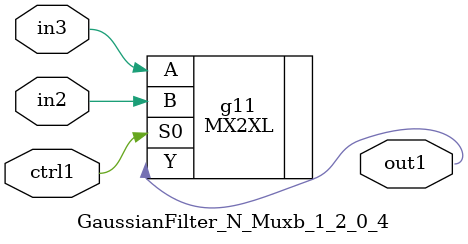
<source format=v>
`timescale 1ps / 1ps


module GaussianFilter_N_Muxb_1_2_0_4(in3, in2, ctrl1, out1);
  input in3, in2, ctrl1;
  output out1;
  wire in3, in2, ctrl1;
  wire out1;
  MX2XL g11(.A (in3), .B (in2), .S0 (ctrl1), .Y (out1));
endmodule



</source>
